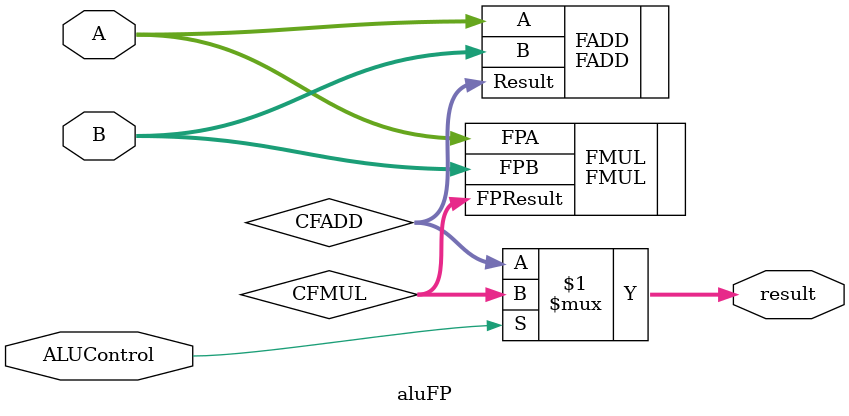
<source format=v>
module aluFP (
    input wire [31:0] A, B,
    input wire ALUControl,
    output wire [31:0] result
);
    wire [31:0] CFADD;
    wire [31:0] CFMUL;

    FADD FADD (
        .A(A),
        .B(B),
        .Result(CFADD)
    );

    FMUL FMUL (
	    .FPA(A),
        .FPB(B),
        .FPResult(CFMUL)
    );

    assign result = ALUControl ? CFMUL : CFADD;

endmodule
</source>
